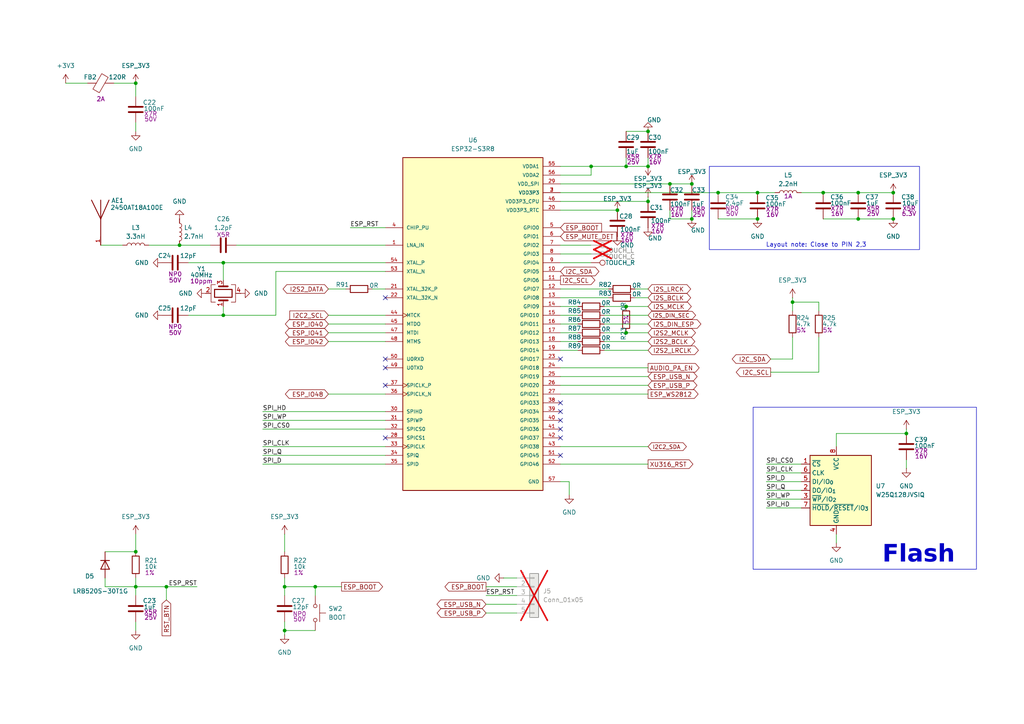
<source format=kicad_sch>
(kicad_sch (version 20250114) (generator "eeschema") (generator_version "9.0")
  (paper "A4")
  (title_block (title "Home mini drop in PCB replacement") (rev "v1") (company "by iMike78 (inpired by Onju voice and HA VPE)"))
  (rectangle (start 218.44 118.11) (end 283.21 165.1))
  (rectangle (start 205.74 48.26) (end 266.7 72.39))
  (text "Flash" (at 266.446 162.306 0) (effects (font (size 5 5) (bold yes))))
  (text "Layout note: Close to PIN 2,3" (at 236.728 71.12 0) (effects (font (size 1.27 1.27))))
  (junction (at 259.08 63.5))
  (junction (at 194.31 53.34))
  (junction (at 179.07 60.96))
  (junction (at 200.66 63.5))
  (junction (at 39.37 24.13))
  (junction (at 82.55 170.18))
  (junction (at 187.96 38.1))
  (junction (at 219.71 63.5))
  (junction (at 238.76 55.88))
  (junction (at 187.96 58.42))
  (junction (at 48.26 170.18))
  (junction (at 91.44 170.18))
  (junction (at 187.96 48.26))
  (junction (at 82.55 182.88))
  (junction (at 64.77 76.2))
  (junction (at 171.45 48.26))
  (junction (at 39.37 160.02))
  (junction (at 248.92 63.5))
  (junction (at 64.77 91.44))
  (junction (at 229.87 87.63))
  (junction (at 181.61 88.9))
  (junction (at 181.61 48.26))
  (junction (at 248.92 55.88))
  (junction (at 200.66 53.34))
  (junction (at 52.07 71.12))
  (junction (at 181.61 96.52))
  (junction (at 259.08 55.88))
  (junction (at 208.28 55.88))
  (junction (at 39.37 170.18))
  (junction (at 262.89 125.73))
  (junction (at 219.71 55.88))
  (no_connect (at 162.56 104.14))
  (no_connect (at 111.76 106.68))
  (no_connect (at 162.56 127))
  (no_connect (at 162.56 121.92))
  (no_connect (at 111.76 127))
  (no_connect (at 162.56 132.08))
  (no_connect (at 162.56 124.46))
  (no_connect (at 111.76 86.36))
  (no_connect (at 162.56 116.84))
  (no_connect (at 111.76 111.76))
  (no_connect (at 162.56 119.38))
  (no_connect (at 111.76 104.14))
  (wire (pts (xy 162.56 55.88) (xy 208.28 55.88)))
  (wire (pts (xy 222.25 134.62) (xy 232.41 134.62)))
  (wire (pts (xy 175.26 88.9) (xy 181.61 88.9)))
  (wire (pts (xy 140.97 175.26) (xy 149.86 175.26)))
  (wire (pts (xy 184.15 86.36) (xy 187.96 86.36)))
  (wire (pts (xy 187.96 111.76) (xy 162.56 111.76)))
  (wire (pts (xy 39.37 167.64) (xy 39.37 170.18)))
  (wire (pts (xy 248.92 55.88) (xy 259.08 55.88)))
  (wire (pts (xy 229.87 104.14) (xy 223.52 104.14)))
  (wire (pts (xy 175.26 101.6) (xy 187.96 101.6)))
  (wire (pts (xy 229.87 87.63) (xy 237.49 87.63)))
  (wire (pts (xy 95.25 99.06) (xy 111.76 99.06)))
  (wire (pts (xy 19.05 24.13) (xy 25.4 24.13)))
  (wire (pts (xy 200.66 63.5) (xy 194.31 63.5)))
  (wire (pts (xy 64.77 91.44) (xy 64.77 88.9)))
  (wire (pts (xy 165.1 139.7) (xy 165.1 143.51)))
  (wire (pts (xy 229.87 97.79) (xy 229.87 104.14)))
  (wire (pts (xy 54.61 91.44) (xy 64.77 91.44)))
  (wire (pts (xy 91.44 170.18) (xy 99.06 170.18)))
  (wire (pts (xy 194.31 63.5) (xy 194.31 60.96)))
  (wire (pts (xy 162.56 96.52) (xy 167.64 96.52)))
  (wire (pts (xy 238.76 55.88) (xy 248.92 55.88)))
  (wire (pts (xy 222.25 142.24) (xy 232.41 142.24)))
  (wire (pts (xy 162.56 88.9) (xy 167.64 88.9)))
  (wire (pts (xy 162.56 48.26) (xy 171.45 48.26)))
  (wire (pts (xy 175.26 91.44) (xy 187.96 91.44)))
  (wire (pts (xy 76.2 134.62) (xy 111.76 134.62)))
  (wire (pts (xy 162.56 129.54) (xy 187.96 129.54)))
  (wire (pts (xy 39.37 35.56) (xy 39.37 38.1)))
  (wire (pts (xy 39.37 154.94) (xy 39.37 160.02)))
  (wire (pts (xy 171.45 76.2) (xy 162.56 76.2)))
  (wire (pts (xy 101.6 66.04) (xy 111.76 66.04)))
  (wire (pts (xy 95.25 91.44) (xy 111.76 91.44)))
  (wire (pts (xy 162.56 58.42) (xy 187.96 58.42)))
  (wire (pts (xy 181.61 88.9) (xy 187.96 88.9)))
  (wire (pts (xy 39.37 170.18) (xy 48.26 170.18)))
  (wire (pts (xy 222.25 144.78) (xy 232.41 144.78)))
  (wire (pts (xy 262.89 124.46) (xy 262.89 125.73)))
  (wire (pts (xy 162.56 139.7) (xy 165.1 139.7)))
  (wire (pts (xy 95.25 96.52) (xy 111.76 96.52)))
  (wire (pts (xy 232.41 55.88) (xy 238.76 55.88)))
  (wire (pts (xy 82.55 170.18) (xy 82.55 172.72)))
  (wire (pts (xy 54.61 76.2) (xy 64.77 76.2)))
  (wire (pts (xy 162.56 99.06) (xy 167.64 99.06)))
  (wire (pts (xy 175.26 93.98) (xy 187.96 93.98)))
  (wire (pts (xy 76.2 124.46) (xy 111.76 124.46)))
  (wire (pts (xy 237.49 97.79) (xy 237.49 107.95)))
  (wire (pts (xy 162.56 86.36) (xy 176.53 86.36)))
  (wire (pts (xy 181.61 45.72) (xy 181.61 48.26)))
  (wire (pts (xy 64.77 76.2) (xy 64.77 81.28)))
  (wire (pts (xy 64.77 91.44) (xy 80.01 91.44)))
  (wire (pts (xy 219.71 55.88) (xy 224.79 55.88)))
  (wire (pts (xy 162.56 93.98) (xy 167.64 93.98)))
  (wire (pts (xy 146.05 167.64) (xy 149.86 167.64)))
  (wire (pts (xy 187.96 109.22) (xy 162.56 109.22)))
  (wire (pts (xy 39.37 24.13) (xy 39.37 27.94)))
  (wire (pts (xy 39.37 180.34) (xy 39.37 182.88)))
  (wire (pts (xy 91.44 182.88) (xy 82.55 182.88)))
  (wire (pts (xy 162.56 101.6) (xy 167.64 101.6)))
  (wire (pts (xy 238.76 63.5) (xy 248.92 63.5)))
  (wire (pts (xy 248.92 63.5) (xy 259.08 63.5)))
  (wire (pts (xy 80.01 91.44) (xy 80.01 78.74)))
  (wire (pts (xy 184.15 83.82) (xy 187.96 83.82)))
  (wire (pts (xy 222.25 137.16) (xy 232.41 137.16)))
  (wire (pts (xy 82.55 170.18) (xy 91.44 170.18)))
  (wire (pts (xy 229.87 87.63) (xy 229.87 90.17)))
  (wire (pts (xy 262.89 133.35) (xy 262.89 135.89)))
  (wire (pts (xy 181.61 48.26) (xy 187.96 48.26)))
  (wire (pts (xy 222.25 139.7) (xy 232.41 139.7)))
  (wire (pts (xy 162.56 50.8) (xy 171.45 50.8)))
  (wire (pts (xy 111.76 76.2) (xy 64.77 76.2)))
  (wire (pts (xy 162.56 83.82) (xy 176.53 83.82)))
  (wire (pts (xy 82.55 182.88) (xy 82.55 184.15)))
  (wire (pts (xy 95.25 93.98) (xy 111.76 93.98)))
  (wire (pts (xy 242.57 154.94) (xy 242.57 157.48)))
  (wire (pts (xy 181.61 38.1) (xy 187.96 38.1)))
  (wire (pts (xy 30.48 167.64) (xy 30.48 170.18)))
  (wire (pts (xy 237.49 87.63) (xy 237.49 90.17)))
  (wire (pts (xy 222.25 147.32) (xy 232.41 147.32)))
  (wire (pts (xy 68.58 71.12) (xy 111.76 71.12)))
  (wire (pts (xy 107.95 83.82) (xy 111.76 83.82)))
  (wire (pts (xy 175.26 99.06) (xy 187.96 99.06)))
  (wire (pts (xy 181.61 96.52) (xy 187.96 96.52)))
  (wire (pts (xy 237.49 107.95) (xy 223.52 107.95)))
  (wire (pts (xy 171.45 50.8) (xy 171.45 48.26)))
  (wire (pts (xy 171.45 48.26) (xy 181.61 48.26)))
  (wire (pts (xy 95.25 114.3) (xy 111.76 114.3)))
  (wire (pts (xy 39.37 170.18) (xy 39.37 172.72)))
  (wire (pts (xy 140.97 170.18) (xy 149.86 170.18)))
  (wire (pts (xy 140.97 177.8) (xy 149.86 177.8)))
  (wire (pts (xy 140.97 172.72) (xy 149.86 172.72)))
  (wire (pts (xy 95.25 83.82) (xy 100.33 83.82)))
  (wire (pts (xy 187.96 114.3) (xy 162.56 114.3)))
  (wire (pts (xy 229.87 86.36) (xy 229.87 87.63)))
  (wire (pts (xy 76.2 129.54) (xy 111.76 129.54)))
  (wire (pts (xy 187.96 106.68) (xy 162.56 106.68)))
  (wire (pts (xy 162.56 60.96) (xy 179.07 60.96)))
  (wire (pts (xy 52.07 71.12) (xy 60.96 71.12)))
  (wire (pts (xy 175.26 96.52) (xy 181.61 96.52)))
  (wire (pts (xy 82.55 167.64) (xy 82.55 170.18)))
  (wire (pts (xy 82.55 180.34) (xy 82.55 182.88)))
  (wire (pts (xy 30.48 160.02) (xy 39.37 160.02)))
  (wire (pts (xy 80.01 78.74) (xy 111.76 78.74)))
  (wire (pts (xy 187.96 45.72) (xy 187.96 48.26)))
  (wire (pts (xy 262.89 125.73) (xy 242.57 125.73)))
  (wire (pts (xy 200.66 53.34) (xy 194.31 53.34)))
  (wire (pts (xy 76.2 132.08) (xy 111.76 132.08)))
  (wire (pts (xy 82.55 154.94) (xy 82.55 160.02)))
  (wire (pts (xy 48.26 170.18) (xy 48.26 173.99)))
  (wire (pts (xy 162.56 53.34) (xy 194.31 53.34)))
  (wire (pts (xy 171.45 73.66) (xy 162.56 73.66)))
  (wire (pts (xy 171.45 71.12) (xy 162.56 71.12)))
  (wire (pts (xy 43.18 71.12) (xy 52.07 71.12)))
  (wire (pts (xy 162.56 91.44) (xy 167.64 91.44)))
  (wire (pts (xy 91.44 170.18) (xy 91.44 172.72)))
  (wire (pts (xy 48.26 170.18) (xy 57.15 170.18)))
  (wire (pts (xy 76.2 119.38) (xy 111.76 119.38)))
  (wire (pts (xy 208.28 55.88) (xy 219.71 55.88)))
  (wire (pts (xy 29.21 71.12) (xy 35.56 71.12)))
  (wire (pts (xy 208.28 63.5) (xy 219.71 63.5)))
  (wire (pts (xy 33.02 24.13) (xy 39.37 24.13)))
  (wire (pts (xy 76.2 121.92) (xy 111.76 121.92)))
  (wire (pts (xy 30.48 170.18) (xy 39.37 170.18)))
  (wire (pts (xy 187.96 58.42) (xy 187.96 57.15)))
  (wire (pts (xy 242.57 125.73) (xy 242.57 129.54)))
  (wire (pts (xy 200.66 63.5) (xy 200.66 60.96)))
  (wire (pts (xy 162.56 134.62) (xy 187.96 134.62)))
  (label "SPI_Q" (at 76.2 132.08 0))
  (label "SPI_D" (at 76.2 134.62 0))
  (label "ESP_RST" (at 140.97 172.72 0))
  (label "SPI_Q" (at 222.25 142.24 0))
  (label "SPI_D" (at 222.25 139.7 0))
  (label "SPI_WP" (at 222.25 144.78 0))
  (label "SPI_CLK" (at 222.25 137.16 0))
  (label "SPI_HD" (at 76.2 119.38 0))
  (label "SPI_CS0" (at 222.25 134.62 0))
  (label "SPI_WP" (at 76.2 121.92 0))
  (label "SPI_CS0" (at 76.2 124.46 0))
  (label "ESP_RST" (at 101.6 66.04 0))
  (label "SPI_CLK" (at 76.2 129.54 0))
  (label "ESP_RST" (at 57.15 170.18 180))
  (label "SPI_HD" (at 222.25 147.32 0))
  (global_label "ESP_IO48" (shape bidirectional) (at 95.25 114.3 180) (property "Intersheetrefs" "${INTERSHEET_REFS}" (effects (hide yes))))
  (global_label "XU316_RST" (shape output) (at 187.96 134.62 0) (property "Intersheetrefs" "${INTERSHEET_REFS}" (effects (hide yes))))
  (global_label "I2S_MCLK" (shape bidirectional) (at 187.96 88.9 0) (property "Intersheetrefs" "${INTERSHEET_REFS}" (effects (hide yes))))
  (global_label "ESP_BOOT" (shape input) (at 162.56 66.04 0) (property "Intersheetrefs" "${INTERSHEET_REFS}" (effects (hide yes))))
  (global_label "I2C_SDA" (shape bidirectional) (at 162.56 78.74 0) (property "Intersheetrefs" "${INTERSHEET_REFS}" (effects (hide yes))))
  (global_label "ESP_BOOT" (shape output) (at 99.06 170.18 0) (property "Intersheetrefs" "${INTERSHEET_REFS}" (effects (hide yes))))
  (global_label "I2S_DIN_ESP" (shape bidirectional) (at 187.96 93.98 0) (property "Intersheetrefs" "${INTERSHEET_REFS}" (effects (hide yes))))
  (global_label "I2S2_BCLK" (shape bidirectional) (at 187.96 99.06 0) (property "Intersheetrefs" "${INTERSHEET_REFS}" (effects (hide yes))))
  (global_label "I2S2_DATA" (shape bidirectional) (at 95.25 83.82 180) (property "Intersheetrefs" "${INTERSHEET_REFS}" (effects (hide yes))))
  (global_label "ESP_IO40" (shape bidirectional) (at 95.25 93.98 180) (property "Intersheetrefs" "${INTERSHEET_REFS}" (effects (hide yes))))
  (global_label "ESP_USB_N" (shape bidirectional) (at 187.96 109.22 0) (property "Intersheetrefs" "${INTERSHEET_REFS}" (effects (hide yes))))
  (global_label "RST_BTN" (shape input) (at 48.26 173.99 270) (property "Intersheetrefs" "${INTERSHEET_REFS}" (effects (hide yes))))
  (global_label "I2C_SCL" (shape output) (at 223.52 107.95 180) (property "Intersheetrefs" "${INTERSHEET_REFS}" (effects (hide yes))))
  (global_label "I2C2_SCL" (shape input) (at 95.25 91.44 180) (property "Intersheetrefs" "${INTERSHEET_REFS}" (effects (hide yes))))
  (global_label "ESP_MUTE_DET" (shape input) (at 162.56 68.58 0) (property "Intersheetrefs" "${INTERSHEET_REFS}" (effects (hide yes))))
  (global_label "ESP_USB_N" (shape bidirectional) (at 140.97 175.26 180) (property "Intersheetrefs" "${INTERSHEET_REFS}" (effects (hide yes))))
  (global_label "ESP_WS2812" (shape output) (at 187.96 114.3 0) (property "Intersheetrefs" "${INTERSHEET_REFS}" (effects (hide yes))))
  (global_label "I2S_BCLK" (shape bidirectional) (at 187.96 86.36 0) (property "Intersheetrefs" "${INTERSHEET_REFS}" (effects (hide yes))))
  (global_label "I2C_SCL" (shape output) (at 162.56 81.28 0) (property "Intersheetrefs" "${INTERSHEET_REFS}" (effects (hide yes))))
  (global_label "ESP_USB_P" (shape bidirectional) (at 187.96 111.76 0) (property "Intersheetrefs" "${INTERSHEET_REFS}" (effects (hide yes))))
  (global_label "I2S2_MCLK" (shape bidirectional) (at 187.96 96.52 0) (property "Intersheetrefs" "${INTERSHEET_REFS}" (effects (hide yes))))
  (global_label "ESP_BOOT" (shape output) (at 140.97 170.18 180) (property "Intersheetrefs" "${INTERSHEET_REFS}" (effects (hide yes))))
  (global_label "I2C2_SDA" (shape bidirectional) (at 187.96 129.54 0) (effects (font (size 1.143 1.143))) (property "Intersheetrefs" "${INTERSHEET_REFS}" (effects (hide yes))))
  (global_label "ESP_USB_P" (shape bidirectional) (at 140.97 177.8 180) (property "Intersheetrefs" "${INTERSHEET_REFS}" (effects (hide yes))))
  (global_label "ESP_IO41" (shape bidirectional) (at 95.25 96.52 180) (property "Intersheetrefs" "${INTERSHEET_REFS}" (effects (hide yes))))
  (global_label "ESP_IO42" (shape bidirectional) (at 95.25 99.06 180) (property "Intersheetrefs" "${INTERSHEET_REFS}" (effects (hide yes))))
  (global_label "I2C_SDA" (shape bidirectional) (at 223.52 104.14 180) (property "Intersheetrefs" "${INTERSHEET_REFS}" (effects (hide yes))))
  (global_label "I2S2_LRCLK" (shape bidirectional) (at 187.96 101.6 0) (property "Intersheetrefs" "${INTERSHEET_REFS}" (effects (hide yes))))
  (global_label "I2S_LRCK" (shape bidirectional) (at 187.96 83.82 0) (property "Intersheetrefs" "${INTERSHEET_REFS}" (effects (hide yes))))
  (global_label "AUDIO_PA_EN" (shape output) (at 187.96 106.68 0) (property "Intersheetrefs" "${INTERSHEET_REFS}" (effects (hide yes))))
  (global_label "I2S_DIN_SEC" (shape bidirectional) (at 187.96 91.44 0) (effects (font (size 1.143 1.143))) (property "Intersheetrefs" "${INTERSHEET_REFS}" (effects (hide yes))))
  (symbol (lib_id "power:GND") (at 200.66 63.5 0) (unit 1)
    (property "Reference" "#PWR066" (effects (hide yes)))
    (property "Value" "GND" (at 202.438 66.802 0))
    (property "Description" "Power symbol creates a global label with name \"GND\" , ground" (effects (hide yes)))
  )
  (symbol (lib_id "Device:C") (at 219.71 59.69 0) (unit 1)
    (property "Reference" "C35" (at 221.996 57.404 0) (effects (justify left)))
    (property "Value" "100nF" (at 221.996 59.182 0) (effects (justify left)))
    (property "Footprint" "Capacitor_SMD:C_0402_1005Metric" (effects (hide yes)))
    (property "Description" "Unpolarized capacitor" (effects (hide yes)))
    (property "Dielectric" "X7R" (at 224.028 60.706 0))
    (property "Voltage" "16V" (at 224.028 62.23 0))
    (property "Function" "ESP32" (effects (hide yes)))
    (property "LCSC Part #" "C1525" (effects (hide yes)))
    (property "Manufacturer" "Samsung Electro-Mechanics" (effects (hide yes)))
    (property "Manufacturer Part" "CL05B104KO5NNNC" (effects (hide yes)))
    (property "MPN" "CL05B104KO5NNNC" (effects (hide yes)))
  )
  (symbol (lib_id "Device:C") (at 39.37 176.53 0) (unit 1)
    (property "Reference" "C23" (at 41.402 174.244 0) (effects (justify left)))
    (property "Value" "1uF" (at 41.656 176.022 0) (effects (justify left)))
    (property "Footprint" "Capacitor_SMD:C_0402_1005Metric" (effects (hide yes)))
    (property "Description" "Unpolarized capacitor" (effects (hide yes)))
    (property "Dielectric" "X5R" (at 43.688 177.546 0))
    (property "Voltage" "25V" (at 43.688 179.07 0))
    (property "Function" "ESP32" (effects (hide yes)))
    (property "Supplier Part" "C52923" (effects (hide yes)))
    (property "Manufacturer" "Samsung Electro-Mechanics" (effects (hide yes)))
    (property "Manufacturer Part" "CL05A105KA5NQNC" (effects (hide yes)))
    (property "LCSC Part #" "C52923" (effects (hide yes)))
    (property "MPN" "CL05A105KA5NQNC" (effects (hide yes)))
  )
  (symbol (lib_id "New_Library:ESP_3V3") (at 187.96 57.15 0) (unit 1)
    (property "Reference" "#PWR063" (effects (hide yes)))
    (property "Value" "ESP_3V3" (at 187.96 53.848 0))
    (property "Description" "Power symbol creates a global label with name \"+3.3V\"" (effects (hide yes)))
  )
  (symbol (lib_id "Device:C") (at 181.61 41.91 0) (unit 1)
    (property "Reference" "C29" (at 181.61 39.878 0) (effects (justify left)))
    (property "Value" "1uF" (at 181.61 43.942 0) (effects (justify left)))
    (property "Footprint" "Capacitor_SMD:C_0402_1005Metric" (effects (hide yes)))
    (property "Description" "Unpolarized capacitor" (effects (hide yes)))
    (property "Dielectric" "X5R" (at 183.642 45.466 0))
    (property "Voltage" "25V" (at 183.642 46.99 0))
    (property "Function" "ESP32" (effects (hide yes)))
    (property "LCSC Part #" "C52923" (effects (hide yes)))
    (property "Manufacturer" "Samsung Electro-Mechanics" (effects (hide yes)))
    (property "Manufacturer Part" "CL05A105KA5NQNC" (effects (hide yes)))
    (property "MPN" "CL05A105KA5NQNC" (effects (hide yes)))
  )
  (symbol (lib_id "power:GND") (at 165.1 143.51 0) (unit 1)
    (property "Reference" "#PWR058" (effects (hide yes)))
    (property "Value" "GND" (at 165.1 148.59 0))
    (property "Description" "Power symbol creates a global label with name \"GND\" , ground" (effects (hide yes)))
  )
  (symbol (lib_id "New_Library:ESP_3V3") (at 262.89 124.46 0) (unit 1)
    (property "Reference" "#PWR072" (effects (hide yes)))
    (property "Value" "ESP_3V3" (at 262.89 119.38 0))
    (property "Description" "Power symbol creates a global label with name \"+3.3V\"" (effects (hide yes)))
  )
  (symbol (lib_id "Device:L") (at 39.37 71.12 90) (unit 1)
    (property "Reference" "L3" (at 39.37 66.04 90))
    (property "Value" "3.3nH" (at 39.37 68.58 90))
    (property "Footprint" "Inductor_SMD:L_0402_1005Metric" (effects (hide yes)))
    (property "Description" "Inductor" (effects (hide yes)))
    (property "Function" "ESP32" (effects (hide yes)))
    (property "LCSC Part #" "C16526" (effects (hide yes)))
    (property "Manufacturer" "Sunlord" (effects (hide yes)))
    (property "Manufacturer Part" "SDCL1005C3N3STDF" (effects (hide yes)))
    (property "MPN" "SDCL1005C3N3STDF" (effects (hide yes)))
  )
  (symbol (lib_id "Device:L") (at 52.07 67.31 0) (unit 1)
    (property "Reference" "L4" (at 53.34 66.0399 0) (effects (justify left)))
    (property "Value" "2.7nH" (at 53.34 68.5799 0) (effects (justify left)))
    (property "Footprint" "Inductor_SMD:L_0402_1005Metric" (effects (hide yes)))
    (property "Description" "Inductor" (effects (hide yes)))
    (property "Function" "ESP32" (effects (hide yes)))
    (property "LCSC Part #" "C434826" (effects (hide yes)))
    (property "Manufacturer" "TDK" (effects (hide yes)))
    (property "Manufacturer Part" "MHQ1005P2N7BT000" (effects (hide yes)))
    (property "MPN" "MHQ1005P2N7BT000" (effects (hide yes)))
  )
  (symbol (lib_id "New_Library:ESP_3V3") (at 200.66 53.34 0) (unit 1)
    (property "Reference" "#PWR065" (effects (hide yes)))
    (property "Value" "ESP_3V3" (at 200.66 49.784 0))
    (property "Description" "Power symbol creates a global label with name \"+3.3V\"" (effects (hide yes)))
  )
  (symbol (lib_id "Device:C") (at 187.96 41.91 0) (unit 1)
    (property "Reference" "C30" (at 187.96 39.878 0) (effects (justify left)))
    (property "Value" "100nF" (at 187.96 43.942 0) (effects (justify left)))
    (property "Footprint" "Capacitor_SMD:C_0402_1005Metric" (effects (hide yes)))
    (property "Description" "Unpolarized capacitor" (effects (hide yes)))
    (property "Dielectric" "X7R" (at 189.992 45.466 0))
    (property "Voltage" "16V" (at 189.992 46.99 0))
    (property "Function" "ESP32" (effects (hide yes)))
    (property "LCSC Part #" "C1525" (effects (hide yes)))
    (property "Manufacturer" "Samsung Electro-Mechanics" (effects (hide yes)))
    (property "Manufacturer Part" "CL05B104KO5NNNC" (effects (hide yes)))
    (property "MPN" "CL05B104KO5NNNC" (effects (hide yes)))
  )
  (symbol (lib_id "New_Library:ESP_3V3") (at 187.96 48.26 180) (unit 1)
    (property "Reference" "#PWR062" (effects (hide yes)))
    (property "Value" "ESP_3V3" (at 187.96 51.816 0))
    (property "Description" "Power symbol creates a global label with name \"+3.3V\"" (effects (hide yes)))
  )
  (symbol (lib_id "Device:C") (at 262.89 129.54 0) (unit 1)
    (property "Reference" "C39" (at 265.176 127.508 0) (effects (justify left)))
    (property "Value" "100nF" (at 265.176 129.286 0) (effects (justify left)))
    (property "Footprint" "Capacitor_SMD:C_0402_1005Metric" (effects (hide yes)))
    (property "Description" "Unpolarized capacitor" (effects (hide yes)))
    (property "Dielectric" "X7R" (at 267.208 130.81 0))
    (property "Voltage" "16V" (at 267.208 132.334 0))
    (property "Function" "ESP32" (effects (hide yes)))
    (property "LCSC Part #" "C1525" (effects (hide yes)))
    (property "Manufacturer" "Samsung Electro-Mechanics" (effects (hide yes)))
    (property "Manufacturer Part" "CL05B104KO5NNNC" (effects (hide yes)))
    (property "MPN" "CL05B104KO5NNNC" (effects (hide yes)))
  )
  (symbol (lib_id "power:GND") (at 39.37 38.1 0) (unit 1)
    (property "Reference" "#PWR048" (effects (hide yes)))
    (property "Value" "GND" (at 39.37 43.18 0))
    (property "Description" "Power symbol creates a global label with name \"GND\" , ground" (effects (hide yes)))
  )
  (symbol (lib_id "power:GND") (at 179.07 68.58 0) (unit 1)
    (property "Reference" "#PWR060" (effects (hide yes)))
    (property "Value" "GND" (at 181.864 71.12 0))
    (property "Description" "Power symbol creates a global label with name \"GND\" , ground" (effects (hide yes)))
  )
  (symbol (lib_id "New_Library:ESP_3V3") (at 259.08 55.88 0) (unit 1)
    (property "Reference" "#PWR070" (effects (hide yes)))
    (property "Value" "ESP_3V3" (at 259.08 50.8 0))
    (property "Description" "Power symbol creates a global label with name \"+3.3V\"" (effects (hide yes)))
  )
  (symbol (lib_id "power:GND") (at 242.57 157.48 0) (unit 1)
    (property "Reference" "#PWR069" (effects (hide yes)))
    (property "Value" "GND" (at 242.57 162.56 0))
    (property "Description" "Power symbol creates a global label with name \"GND\" , ground" (effects (hide yes)))
  )
  (symbol (lib_id "Connector_Generic:Conn_01x05") (at 154.94 172.72 0) (unit 1) (dnp yes)
    (property "Reference" "J5" (at 157.48 171.4499 0) (effects (justify left)))
    (property "Value" "Conn_01x05" (at 157.48 173.9899 0) (effects (justify left)))
    (property "Footprint" "Connector_PinHeader_2.54mm:PinHeader_1x05_P2.54mm_Vertical" (effects (hide yes)))
    (property "Description" "Generic connector, single row, 01x05, script generated (kicad-library-utils/schlib/autogen/connector/)" (effects (hide yes)))
  )
  (symbol (lib_id "power:GND") (at 262.89 135.89 0) (unit 1)
    (property "Reference" "#PWR073" (effects (hide yes)))
    (property "Value" "GND" (at 262.89 140.97 0))
    (property "Description" "Power symbol creates a global label with name \"GND\" , ground" (effects (hide yes)))
  )
  (symbol (lib_id "power:+3V3") (at 19.05 24.13 0) (unit 1)
    (property "Reference" "#PWR046" (effects (hide yes)))
    (property "Value" "+3V3" (at 19.05 19.05 0))
    (property "Description" "Power symbol creates a global label with name \"+3V3\"" (effects (hide yes)))
  )
  (symbol (lib_id "New_Library:ESP_3V3") (at 82.55 154.94 0) (unit 1)
    (property "Reference" "#PWR056" (effects (hide yes)))
    (property "Value" "ESP_3V3" (at 82.55 149.86 0))
    (property "Description" "Power symbol creates a global label with name \"+3.3V\"" (effects (hide yes)))
  )
  (symbol (lib_id "Connector:TestPoint") (at 171.45 76.2 270) (unit 1) (in_bom no)
    (property "Reference" "TP8" (effects (hide yes)))
    (property "Value" "TOUCH_R" (at 175.514 76.2 90) (effects (justify left)))
    (property "Footprint" "TestPoint:TestPoint_Pad_2.5x2.5mm" (effects (hide yes)))
    (property "Description" "test point" (effects (hide yes)))
  )
  (symbol (lib_id "Device:C") (at 82.55 176.53 0) (unit 1)
    (property "Reference" "C27" (at 84.582 174.244 0) (effects (justify left)))
    (property "Value" "12pF" (at 84.836 176.022 0) (effects (justify left)))
    (property "Footprint" "Capacitor_SMD:C_0402_1005Metric" (effects (hide yes)))
    (property "Description" "Unpolarized capacitor" (effects (hide yes)))
    (property "Dielectric" "NP0" (at 86.868 178.054 0))
    (property "Voltage" "50V" (at 86.868 179.578 0))
    (property "Function" "ESP32" (effects (hide yes)))
    (property "Supplier Part" "C1547" (effects (hide yes)))
    (property "Manufacturer" "FH (Guangdong Fenghua Advanced Tech)" (effects (hide yes)))
    (property "Manufacturer Part" "0402CG120J500NT" (effects (hide yes)))
    (property "LCSC Part #" "C1547" (effects (hide yes)))
    (property "MPN" "0402CG120J500NT" (effects (hide yes)))
  )
  (symbol (lib_id "Device:D") (at 30.48 163.83 270) (unit 1)
    (property "Reference" "D5" (at 24.638 167.132 90) (effects (justify left)))
    (property "Value" "LRB520S-30T1G" (at 21.082 171.45 90) (effects (justify left)))
    (property "Footprint" "Diode_SMD:D_SOD-523" (effects (hide yes)))
    (property "Description" "Diode" (effects (hide yes)))
    (property "Sim.Device" "D" (effects (hide yes)))
    (property "Sim.Pins" "1=K 2=A" (effects (hide yes)))
    (property "Function" "ESP32" (effects (hide yes)))
    (property "Supplier Part" "C83680" (effects (hide yes)))
    (property "MANUFACTURER" "LRC" (effects (hide yes)))
    (property "MP" "LRB520S-30T1G" (effects (hide yes)))
    (property "Manufacturer" "LRC" (effects (hide yes)))
    (property "Manufacturer Part" "LRB520S-30T1G" (effects (hide yes)))
    (property "LCSC Part #" "C83680" (effects (hide yes)))
    (property "MPN" "LRB520S-30T1G" (effects (hide yes)))
  )
  (symbol (lib_id "Device:R") (at 180.34 86.36 90) (unit 1)
    (property "Reference" "R83" (at 175.514 85.09 90))
    (property "Value" "0R" (at 184.658 85.344 90))
    (property "Footprint" "Resistor_SMD:R_0402_1005Metric" (effects (hide yes)))
    (property "Description" "Resistor" (effects (hide yes)))
    (property "Tolerance" "5%" (effects (hide yes)))
    (property "LCSC Part #" "C17168" (effects (hide yes)))
    (property "Manufacturer" "UNI-ROYAL(Uniroyal Elec)" (effects (hide yes)))
    (property "Manufacturer Part" "0402WGF0000TCE" (effects (hide yes)))
    (property "MPN" "0402WGF0000TCE" (effects (hide yes)))
  )
  (symbol (lib_id "New_Library:ESP_3V3") (at 229.87 86.36 0) (unit 1)
    (property "Reference" "#PWR068" (effects (hide yes)))
    (property "Value" "ESP_3V3" (at 229.87 81.28 0))
    (property "Description" "Power symbol creates a global label with name \"+3.3V\"" (effects (hide yes)))
  )
  (symbol (lib_id "New_Library:ESP_3V3") (at 179.07 60.96 0) (unit 1)
    (property "Reference" "#PWR059" (effects (hide yes)))
    (property "Value" "ESP_3V3" (at 179.07 57.658 0))
    (property "Description" "Power symbol creates a global label with name \"+3.3V\"" (effects (hide yes)))
  )
  (symbol (lib_id "Device:C") (at 50.8 76.2 90) (unit 1)
    (property "Reference" "C24" (at 47.752 74.168 90))
    (property "Value" "12pF" (at 54.61 74.168 90))
    (property "Footprint" "Capacitor_SMD:C_0402_1005Metric" (effects (hide yes)))
    (property "Description" "Unpolarized capacitor" (effects (hide yes)))
    (property "Dielectric" "NP0" (at 50.8 79.502 90))
    (property "Voltage" "50V" (at 50.8 81.28 90))
    (property "Function" "ESP32" (effects (hide yes)))
    (property "LCSC Part #" "C1547" (effects (hide yes)))
    (property "Manufacturer" "FH (Guangdong Fenghua Advanced Tech)" (effects (hide yes)))
    (property "Manufacturer Part" "0402CG120J500NT" (effects (hide yes)))
    (property "MPN" "0402CG120J500NT" (effects (hide yes)))
  )
  (symbol (lib_id "Device:R") (at 171.45 101.6 90) (unit 1)
    (property "Reference" "R89" (at 166.624 100.33 90))
    (property "Value" "0R" (at 175.768 100.584 90))
    (property "Footprint" "Resistor_SMD:R_0402_1005Metric" (effects (hide yes)))
    (property "Description" "Resistor" (effects (hide yes)))
    (property "Tolerance" "5%" (effects (hide yes)))
    (property "LCSC Part #" "C17168" (effects (hide yes)))
    (property "Manufacturer" "UNI-ROYAL(Uniroyal Elec)" (effects (hide yes)))
    (property "Manufacturer Part" "0402WGF0000TCE" (effects (hide yes)))
    (property "MPN" "0402WGF0000TCE" (effects (hide yes)))
  )
  (symbol (lib_id "Device:R") (at 104.14 83.82 90) (unit 1)
    (property "Reference" "R91" (at 99.314 82.55 90))
    (property "Value" "0R" (at 108.458 82.804 90))
    (property "Footprint" "Resistor_SMD:R_0402_1005Metric" (effects (hide yes)))
    (property "Description" "Resistor" (effects (hide yes)))
    (property "Tolerance" "5%" (effects (hide yes)))
    (property "LCSC Part #" "C17168" (effects (hide yes)))
    (property "Manufacturer" "UNI-ROYAL(Uniroyal Elec)" (effects (hide yes)))
    (property "Manufacturer Part" "0402WGF0000TCE" (effects (hide yes)))
    (property "MPN" "0402WGF0000TCE" (effects (hide yes)))
  )
  (symbol (lib_id "power:GND") (at 219.71 63.5 0) (unit 1)
    (property "Reference" "#PWR067" (effects (hide yes)))
    (property "Value" "GND" (at 219.71 68.58 0))
    (property "Description" "Power symbol creates a global label with name \"GND\" , ground" (effects (hide yes)))
  )
  (symbol (lib_id "Device:R") (at 180.34 83.82 90) (unit 1)
    (property "Reference" "R82" (at 175.514 82.55 90))
    (property "Value" "0R" (at 184.658 82.804 90))
    (property "Footprint" "Resistor_SMD:R_0402_1005Metric" (effects (hide yes)))
    (property "Description" "Resistor" (effects (hide yes)))
    (property "Tolerance" "5%" (effects (hide yes)))
    (property "LCSC Part #" "C17168" (effects (hide yes)))
    (property "Manufacturer" "UNI-ROYAL(Uniroyal Elec)" (effects (hide yes)))
    (property "Manufacturer Part" "0402WGF0000TCE" (effects (hide yes)))
    (property "MPN" "0402WGF0000TCE" (effects (hide yes)))
  )
  (symbol (lib_id "Device:C") (at 64.77 71.12 90) (unit 1)
    (property "Reference" "C26" (at 64.77 63.5 90))
    (property "Value" "1.2pF" (at 64.77 66.04 90))
    (property "Footprint" "Capacitor_SMD:C_0402_1005Metric" (effects (hide yes)))
    (property "Description" "Unpolarized capacitor" (effects (hide yes)))
    (property "Dielectric" "X5R" (at 64.77 68.072 90))
    (property "Function" "ESP32" (effects (hide yes)))
    (property "Voltage" "10V" (effects (hide yes)))
    (property "LCSC Part #" "C327292" (effects (hide yes)))
    (property "Manufacturer" "YAGEO" (effects (hide yes)))
    (property "Manufacturer Part" "CC0402BRNPO9BN1R2" (effects (hide yes)))
    (property "MPN" "CC0402BRNPO9BN1R2" (effects (hide yes)))
  )
  (symbol (lib_id "New_Library:ESP32-S3R8") (at 137.16 93.98 0) (unit 1)
    (property "Reference" "U6" (at 137.16 40.64 0))
    (property "Value" "ESP32-S3R8" (at 137.16 43.18 0))
    (property "Footprint" "Onju:QFN40P700X700X90-57N" (effects (hide yes)))
    (property "MF" "Espressif Systems" (effects (hide yes)))
    (property "Description_1" "IC RF TxRx + MCU Bluetooth, WiFi 802.11b/g/n, Bluetooth v5.0 2.412GHz ~ 2.484GHz 56-VFQFN Exposed Pad" (effects (hide yes)))
    (property "Package" "None" (effects (hide yes)))
    (property "Price" "None" (effects (hide yes)))
    (property "Check_prices" "https://www.snapeda.com/parts/ESP32-S3R8/Espressif+Systems/view-part/?ref=eda" (effects (hide yes)))
    (property "SnapEDA_Link" "https://www.snapeda.com/parts/ESP32-S3R8/Espressif+Systems/view-part/?ref=snap" (effects (hide yes)))
    (property "MP" "ESP32-S3R8" (effects (hide yes)))
    (property "Availability" "In Stock" (effects (hide yes)))
    (property "Purchase-URL" "https://pricing.snapeda.com/search/part/ESP32-S3R8/?ref=eda" (effects (hide yes)))
    (property "Function" "ESP32" (effects (hide yes)))
    (property "LCSC Part #" "C2913194" (effects (hide yes)))
    (property "Manufacturer" "Espressif Systems" (effects (hide yes)))
    (property "Manufacturer Part" "ESP32-S3R8" (effects (hide yes)))
    (property "MPN" "ESP32-S3R8" (effects (hide yes)))
  )
  (symbol (lib_id "Device:R") (at 237.49 93.98 0) (unit 1)
    (property "Reference" "R25" (at 238.506 92.202 0) (effects (justify left)))
    (property "Value" "4.7k" (at 238.506 93.98 0) (effects (justify left)))
    (property "Footprint" "Resistor_SMD:R_0402_1005Metric" (effects (hide yes)))
    (property "Description" "Resistor" (effects (hide yes)))
    (property "Tolerance" "5%" (at 240.03 95.758 0))
    (property "Function" "ESP32" (effects (hide yes)))
    (property "LCSC Part #" "C25900" (effects (hide yes)))
    (property "Manufacturer" "UNI-ROYAL(Uniroyal Elec)" (effects (hide yes)))
    (property "Manufacturer Part" "0402WGF4701TCE" (effects (hide yes)))
    (property "MPN" "0402WGF4701TCE" (effects (hide yes)))
  )
  (symbol (lib_id "Memory_Flash:W25Q128JVS") (at 242.57 142.24 0) (unit 1)
    (property "Reference" "U7" (at 254 140.9699 0) (effects (justify left)))
    (property "Value" "W25Q128JVSIQ" (at 254 143.5099 0) (effects (justify left)))
    (property "Footprint" "Package_SO:SOIC-8_5.3x5.3mm_P1.27mm" (effects (hide yes)))
    (property "Datasheet" "https://www.winbond.com/resource-files/w25q128jv_dtr%20revc%2003272018%20plus.pdf" (effects (hide yes)))
    (property "Description" "128Mbit / 16MiB Serial Flash Memory, Standard/Dual/Quad SPI, 2.7-3.6V, SOIC-8" (effects (hide yes)))
    (property "Function" "ESP32" (effects (hide yes)))
    (property "LCSC Part #" "C97521" (effects (hide yes)))
    (property "Manufacturer" "Winbond Elec" (effects (hide yes)))
    (property "Manufacturer Part" "W25Q128JVSIQ" (effects (hide yes)))
    (property "MPN" "W25Q128JVSIQ" (effects (hide yes)))
  )
  (symbol (lib_id "Device:C") (at 194.31 57.15 0) (unit 1)
    (property "Reference" "C32" (at 194.31 55.118 0) (effects (justify left)))
    (property "Value" "100nF" (at 194.31 59.182 0) (effects (justify left)))
    (property "Footprint" "Capacitor_SMD:C_0402_1005Metric" (effects (hide yes)))
    (property "Description" "Unpolarized capacitor" (effects (hide yes)))
    (property "Dielectric" "X7R" (at 196.342 60.706 0))
    (property "Voltage" "16V" (at 196.342 62.23 0))
    (property "Function" "ESP32" (effects (hide yes)))
    (property "LCSC Part #" "C1525" (effects (hide yes)))
    (property "Manufacturer" "Samsung Electro-Mechanics" (effects (hide yes)))
    (property "Manufacturer Part" "CL05B104KO5NNNC" (effects (hide yes)))
    (property "MPN" "CL05B104KO5NNNC" (effects (hide yes)))
  )
  (symbol (lib_id "Connector:TestPoint") (at 171.45 71.12 270) (unit 1) (in_bom no) (dnp yes)
    (property "Reference" "TP6" (effects (hide yes)))
    (property "Value" "TOUCH_L" (at 175.514 72.644 90) (effects (justify left)))
    (property "Footprint" "TestPoint:TestPoint_Pad_2.5x2.5mm" (effects (hide yes)))
    (property "Description" "test point" (effects (hide yes)))
  )
  (symbol (lib_id "Device:C") (at 248.92 59.69 0) (unit 1)
    (property "Reference" "C37" (at 250.952 57.15 0) (effects (justify left)))
    (property "Value" "1uF" (at 251.206 58.928 0) (effects (justify left)))
    (property "Footprint" "Capacitor_SMD:C_0402_1005Metric" (effects (hide yes)))
    (property "Description" "Unpolarized capacitor" (effects (hide yes)))
    (property "Dielectric" "X5R" (at 253.238 60.452 0))
    (property "Voltage" "25V" (at 253.238 61.976 0))
    (property "Function" "ESP32" (effects (hide yes)))
    (property "LCSC Part #" "C52923" (effects (hide yes)))
    (property "Manufacturer" "Samsung Electro-Mechanics" (effects (hide yes)))
    (property "Manufacturer Part" "CL05A105KA5NQNC" (effects (hide yes)))
    (property "MPN" "CL05A105KA5NQNC" (effects (hide yes)))
  )
  (symbol (lib_id "power:GND") (at 259.08 63.5 0) (unit 1)
    (property "Reference" "#PWR071" (effects (hide yes)))
    (property "Value" "GND" (at 259.08 68.58 0))
    (property "Description" "Power symbol creates a global label with name \"GND\" , ground" (effects (hide yes)))
  )
  (symbol (lib_id "New_Library:2450AT18A100E") (at 29.21 66.04 0) (unit 1)
    (property "Reference" "AE1" (at 32.258 58.166 0) (effects (justify left)))
    (property "Value" "2450AT18A100E" (at 32.004 60.198 0) (effects (justify left)))
    (property "Footprint" "RF_Antenna:Johanson_2450AT18x100" (effects (hide yes)))
    (property "MF" "Johanson Technology" (effects (hide yes)))
    (property "Description_1" "2.4GHz - Chip RF Antenna 2.4GHz ~ 2.5GHz 0.5dBi Solder Surface Mount" (effects (hide yes)))
    (property "Package" "Package" (effects (hide yes)))
    (property "Price" "None" (effects (hide yes)))
    (property "STANDARD" "IPC-7351B" (effects (hide yes)))
    (property "PARTREV" "1.3" (effects (hide yes)))
    (property "MP" "2450AT18A100E" (effects (hide yes)))
    (property "MANUFACTURER" "JOHANSON DESIGN" (effects (hide yes)))
    (property "Function" "ESP32" (effects (hide yes)))
    (property "LCSC Part #" "C89334" (effects (hide yes)))
    (property "Manufacturer" "JOHANSON DESIGN" (effects (hide yes)))
    (property "Manufacturer Part" "2450AT18A100E" (effects (hide yes)))
    (property "Manufacturer Part Number" "2450AT18A100E" (effects (hide yes)))
    (property "MPN" "2450AT18A100E" (effects (hide yes)))
  )
  (symbol (lib_id "Device:C") (at 208.28 59.69 0) (unit 1)
    (property "Reference" "C34" (at 210.312 57.15 0) (effects (justify left)))
    (property "Value" "2.4pF" (at 210.312 58.928 0) (effects (justify left)))
    (property "Footprint" "Capacitor_SMD:C_0402_1005Metric" (effects (hide yes)))
    (property "Description" "Unpolarized capacitor" (effects (hide yes)))
    (property "Dielectric" "NP0" (at 212.344 60.452 0))
    (property "Voltage" "50V" (at 212.344 61.976 0))
    (property "Function" "ESP32" (effects (hide yes)))
    (property "LCSC Part #" "C48346" (effects (hide yes)))
    (property "Manufacturer" "FH (Guangdong Fenghua Advanced Tech)" (effects (hide yes)))
    (property "Manufacturer Part" "0402CG2R4C500NT" (effects (hide yes)))
    (property "MPN" "0402CG2R4C500NT" (effects (hide yes)))
  )
  (symbol (lib_id "power:GND") (at 46.99 76.2 270) (unit 1)
    (property "Reference" "#PWR051" (effects (hide yes)))
    (property "Value" "GND" (at 43.18 76.1999 90) (effects (justify right)))
    (property "Description" "Power symbol creates a global label with name \"GND\" , ground" (effects (hide yes)))
  )
  (symbol (lib_id "New_Library:ESP_3V3") (at 39.37 154.94 0) (unit 1)
    (property "Reference" "#PWR049" (effects (hide yes)))
    (property "Value" "ESP_3V3" (at 39.37 149.86 0))
    (property "Description" "Power symbol creates a global label with name \"+3.3V\"" (effects (hide yes)))
  )
  (symbol (lib_id "Device:L") (at 228.6 55.88 90) (unit 1)
    (property "Reference" "L5" (at 228.6 50.8 90))
    (property "Value" "2.2nH" (at 228.6 53.34 90))
    (property "Footprint" "Inductor_SMD:L_0402_1005Metric" (effects (hide yes)))
    (property "Description" "Inductor" (effects (hide yes)))
    (property "Saturation" "1A" (at 228.6 56.896 90))
    (property "Function" "ESP32" (effects (hide yes)))
    (property "LCSC Part #" "C162540" (effects (hide yes)))
    (property "Manufacturer" "Murata Electronics" (effects (hide yes)))
    (property "Manufacturer Part" "LQG15HS2N2B02D" (effects (hide yes)))
    (property "MPN" "LQG15HS2N2B02D" (effects (hide yes)))
  )
  (symbol (lib_id "Device:R") (at 171.45 88.9 90) (unit 1)
    (property "Reference" "R84" (at 166.624 87.63 90))
    (property "Value" "0R" (at 175.768 87.884 90))
    (property "Footprint" "Resistor_SMD:R_0402_1005Metric" (effects (hide yes)))
    (property "Description" "Resistor" (effects (hide yes)))
    (property "Tolerance" "5%" (effects (hide yes)))
    (property "LCSC Part #" "C17168" (effects (hide yes)))
    (property "Manufacturer" "UNI-ROYAL(Uniroyal Elec)" (effects (hide yes)))
    (property "Manufacturer Part" "0402WGF0000TCE" (effects (hide yes)))
    (property "MPN" "0402WGF0000TCE" (effects (hide yes)))
  )
  (symbol (lib_id "power:GND") (at 39.37 182.88 0) (unit 1)
    (property "Reference" "#PWR050" (effects (hide yes)))
    (property "Value" "GND" (at 39.37 187.96 0))
    (property "Description" "Power symbol creates a global label with name \"GND\" , ground" (effects (hide yes)))
  )
  (symbol (lib_id "power:GND") (at 69.85 85.09 90) (unit 1)
    (property "Reference" "#PWR055" (effects (hide yes)))
    (property "Value" "GND" (at 73.66 85.0899 90) (effects (justify right)))
    (property "Description" "Power symbol creates a global label with name \"GND\" , ground" (effects (hide yes)))
  )
  (symbol (lib_id "power:GND") (at 146.05 167.64 270) (unit 1)
    (property "Reference" "#PWR0124" (effects (hide yes)))
    (property "Value" "GND" (at 142.24 167.6399 90) (effects (justify right)))
    (property "Description" "Power symbol creates a global label with name \"GND\" , ground" (effects (hide yes)))
  )
  (symbol (lib_id "Device:R") (at 82.55 163.83 0) (unit 1)
    (property "Reference" "R22" (at 85.09 162.5599 0) (effects (justify left)))
    (property "Value" "10k" (at 85.09 164.338 0) (effects (justify left)))
    (property "Footprint" "Resistor_SMD:R_0402_1005Metric" (effects (hide yes)))
    (property "Description" "Resistor" (effects (hide yes)))
    (property "Tolerance" "1%" (at 86.614 166.116 0))
    (property "Function" "ESP32" (effects (hide yes)))
    (property "Supplier Part" "C25744" (effects (hide yes)))
    (property "Manufacturer" "UNI-ROYAL(Uniroyal Elec)" (effects (hide yes)))
    (property "Manufacturer Part" "0402WGF1002TCE" (effects (hide yes)))
    (property "LCSC Part #" "C25744" (effects (hide yes)))
    (property "MPN" "0402WGF1002TCE" (effects (hide yes)))
  )
  (symbol (lib_id "Device:FerriteBead") (at 29.21 24.13 90) (unit 1)
    (property "Reference" "FB2" (at 26.162 22.352 90))
    (property "Value" "120R" (at 34.036 22.352 90))
    (property "Footprint" "Onju:BLM18PG121SN1D" (effects (hide yes)))
    (property "Description" "Ferrite bead, 120Ω @ 100MHz, 2A" (effects (hide yes)))
    (property "Function" "ESP32" (effects (hide yes)))
    (property "Current" "2A" (at 29.21 28.702 90))
    (property "Part number" "BLM18PG121SN1D" (effects (hide yes)))
    (property "Manufacturer" "Murata" (effects (hide yes)))
    (property "LCSC Part #" "C14709" (effects (hide yes)))
    (property "Manufacturer Part" "BLM18PG121SN1D" (effects (hide yes)))
    (property "MPN" "BLM18PG121SN1D" (effects (hide yes)))
  )
  (symbol (lib_id "power:GND") (at 187.96 38.1 180) (unit 1)
    (property "Reference" "#PWR061" (effects (hide yes)))
    (property "Value" "GND" (at 189.738 34.798 0))
    (property "Description" "Power symbol creates a global label with name \"GND\" , ground" (effects (hide yes)))
  )
  (symbol (lib_id "Device:R") (at 39.37 163.83 0) (unit 1)
    (property "Reference" "R21" (at 41.91 162.5599 0) (effects (justify left)))
    (property "Value" "10k" (at 41.91 164.338 0) (effects (justify left)))
    (property "Footprint" "Resistor_SMD:R_0402_1005Metric" (effects (hide yes)))
    (property "Description" "Resistor" (effects (hide yes)))
    (property "Tolerance" "1%" (at 43.434 166.116 0))
    (property "Function" "ESP32" (effects (hide yes)))
    (property "Supplier Part" "C25744" (effects (hide yes)))
    (property "Manufacturer" "UNI-ROYAL(Uniroyal Elec)" (effects (hide yes)))
    (property "Manufacturer Part" "0402WGF1002TCE" (effects (hide yes)))
    (property "LCSC Part #" "C25744" (effects (hide yes)))
    (property "MPN" "0402WGF1002TCE" (effects (hide yes)))
  )
  (symbol (lib_id "Device:C") (at 187.96 62.23 0) (unit 1)
    (property "Reference" "C31" (at 188.468 60.198 0) (effects (justify left)))
    (property "Value" "100nF" (at 188.722 64.008 0) (effects (justify left)))
    (property "Footprint" "Capacitor_SMD:C_0402_1005Metric" (effects (hide yes)))
    (property "Description" "Unpolarized capacitor" (effects (hide yes)))
    (property "Dielectric" "X7R" (at 190.754 65.532 0))
    (property "Voltage" "16V" (at 190.754 67.056 0))
    (property "Function" "ESP32" (effects (hide yes)))
    (property "LCSC Part #" "C1525" (effects (hide yes)))
    (property "Manufacturer" "Samsung Electro-Mechanics" (effects (hide yes)))
    (property "Manufacturer Part" "CL05B104KO5NNNC" (effects (hide yes)))
    (property "MPN" "CL05B104KO5NNNC" (effects (hide yes)))
  )
  (symbol (lib_id "Device:C") (at 259.08 59.69 0) (unit 1)
    (property "Reference" "C38" (at 261.366 57.15 0) (effects (justify left)))
    (property "Value" "10uF" (at 261.62 58.928 0) (effects (justify left)))
    (property "Footprint" "Capacitor_SMD:C_0402_1005Metric" (effects (hide yes)))
    (property "Description" "Unpolarized capacitor" (effects (hide yes)))
    (property "Dielectric" "X5R" (at 263.652 60.452 0))
    (property "Voltage" "6.3V" (at 263.652 61.976 0))
    (property "Function" "ESP32" (effects (hide yes)))
    (property "LCSC Part #" "C15525" (effects (hide yes)))
    (property "Manufacturer" "Samsung Electro-Mechanics" (effects (hide yes)))
    (property "Manufacturer Part" "CL05A106MQ5NUNC" (effects (hide yes)))
    (property "MPN" "CL05A106MQ5NUNC" (effects (hide yes)))
  )
  (symbol (lib_id "Device:R") (at 229.87 93.98 0) (unit 1)
    (property "Reference" "R24" (at 230.886 92.202 0) (effects (justify left)))
    (property "Value" "4.7k" (at 230.886 93.98 0) (effects (justify left)))
    (property "Footprint" "Resistor_SMD:R_0402_1005Metric" (effects (hide yes)))
    (property "Description" "Resistor" (effects (hide yes)))
    (property "Tolerance" "5%" (at 232.41 95.758 0))
    (property "Function" "ESP32" (effects (hide yes)))
    (property "LCSC Part #" "C25900" (effects (hide yes)))
    (property "Manufacturer" "UNI-ROYAL(Uniroyal Elec)" (effects (hide yes)))
    (property "Manufacturer Part" "0402WGF4701TCE" (effects (hide yes)))
    (property "MPN" "0402WGF4701TCE" (effects (hide yes)))
  )
  (symbol (lib_id "power:GND") (at 52.07 63.5 180) (unit 1)
    (property "Reference" "#PWR053" (effects (hide yes)))
    (property "Value" "GND" (at 52.07 58.42 0))
    (property "Description" "Power symbol creates a global label with name \"GND\" , ground" (effects (hide yes)))
  )
  (symbol (lib_id "Device:Crystal_GND24") (at 64.77 85.09 90) (unit 1)
    (property "Reference" "Y1" (at 58.42 77.978 90))
    (property "Value" "40MHz" (at 58.42 79.756 90))
    (property "Footprint" "Crystal:Crystal_SMD_2016-4Pin_2.0x1.6mm" (effects (hide yes)))
    (property "Description" "40 MHz ±10ppm Crystal 9pF 50 Ohms 4-SMD, No Lead" (effects (hide yes)))
    (property "Tolerance" "10ppm" (at 58.42 81.534 90))
    (property "Function" "ESP32" (effects (hide yes)))
    (property "LCSC Part #" "C424431" (effects (hide yes)))
    (property "Manufacturer" "Yajingxin" (effects (hide yes)))
    (property "Manufacturer Part" "TAXM40M4ZCBCDT2T" (effects (hide yes)))
    (property "MPN" "TAXM40M4ZCBCDT2T" (effects (hide yes)))
  )
  (symbol (lib_id "New_Library:ESP_3V3") (at 39.37 24.13 0) (unit 1)
    (property "Reference" "#PWR047" (effects (hide yes)))
    (property "Value" "ESP_3V3" (at 39.37 19.05 0))
    (property "Description" "Power symbol creates a global label with name \"+3.3V\"" (effects (hide yes)))
  )
  (symbol (lib_id "Device:R") (at 181.61 92.71 180) (unit 1)
    (property "Reference" "R23" (at 180.848 96.774 90))
    (property "Value" "0R" (at 180.848 88.9 90))
    (property "Footprint" "Resistor_SMD:R_0402_1005Metric" (effects (hide yes)))
    (property "Description" "Resistor" (effects (hide yes)))
    (property "Tolerance" "5%" (at 181.61 92.71 90))
    (property "Function" "ESP32" (effects (hide yes)))
    (property "LCSC Part #" "C17168" (effects (hide yes)))
    (property "Manufacturer" "UNI-ROYAL(Uniroyal Elec)" (effects (hide yes)))
    (property "Manufacturer Part" "0402WGF0000TCE" (effects (hide yes)))
    (property "MPN" "0402WGF0000TCE" (effects (hide yes)))
  )
  (symbol (lib_id "Device:R") (at 171.45 99.06 90) (unit 1)
    (property "Reference" "R88" (at 166.624 97.79 90))
    (property "Value" "0R" (at 175.768 98.044 90))
    (property "Footprint" "Resistor_SMD:R_0402_1005Metric" (effects (hide yes)))
    (property "Description" "Resistor" (effects (hide yes)))
    (property "Tolerance" "5%" (effects (hide yes)))
    (property "LCSC Part #" "C17168" (effects (hide yes)))
    (property "Manufacturer" "UNI-ROYAL(Uniroyal Elec)" (effects (hide yes)))
    (property "Manufacturer Part" "0402WGF0000TCE" (effects (hide yes)))
    (property "MPN" "0402WGF0000TCE" (effects (hide yes)))
  )
  (symbol (lib_id "Switch:SW_Push") (at 91.44 177.8 270) (unit 1)
    (property "Reference" "SW2" (at 95.25 176.5299 90) (effects (justify left)))
    (property "Value" "BOOT" (at 95.25 179.0699 90) (effects (justify left)))
    (property "Footprint" "Onju:SW-SMD_4P-L4.2-W3.2-P2.15-LS4.5" (effects (hide yes)))
    (property "Description" "Push button switch, generic, two pins" (effects (hide yes)))
    (property "Function" "ESP32" (effects (hide yes)))
    (property "Manufacturer" "C&K" (effects (hide yes)))
    (property "Manufacturer Part" "PTS810SJS250SMTRLFS" (effects (hide yes)))
    (property "Supplier Part" "C221897" (effects (hide yes)))
    (property "LCSC Part #" "C221897" (effects (hide yes)))
    (property "MPN" "PTS810SJS250SMTRLFS" (effects (hide yes)))
  )
  (symbol (lib_id "power:GND") (at 59.69 85.09 270) (unit 1)
    (property "Reference" "#PWR054" (effects (hide yes)))
    (property "Value" "GND" (at 55.88 85.0899 90) (effects (justify right)))
    (property "Description" "Power symbol creates a global label with name \"GND\" , ground" (effects (hide yes)))
  )
  (symbol (lib_id "Device:R") (at 171.45 96.52 90) (unit 1)
    (property "Reference" "R87" (at 166.624 95.25 90))
    (property "Value" "0R" (at 175.768 95.504 90))
    (property "Footprint" "Resistor_SMD:R_0402_1005Metric" (effects (hide yes)))
    (property "Description" "Resistor" (effects (hide yes)))
    (property "Tolerance" "5%" (effects (hide yes)))
    (property "LCSC Part #" "C17168" (effects (hide yes)))
    (property "Manufacturer" "UNI-ROYAL(Uniroyal Elec)" (effects (hide yes)))
    (property "Manufacturer Part" "0402WGF0000TCE" (effects (hide yes)))
    (property "MPN" "0402WGF0000TCE" (effects (hide yes)))
  )
  (symbol (lib_id "power:GND") (at 187.96 66.04 0) (unit 1)
    (property "Reference" "#PWR064" (effects (hide yes)))
    (property "Value" "GND" (at 189.992 69.088 0))
    (property "Description" "Power symbol creates a global label with name \"GND\" , ground" (effects (hide yes)))
  )
  (symbol (lib_id "power:GND") (at 82.55 184.15 0) (unit 1)
    (property "Reference" "#PWR057" (effects (hide yes)))
    (property "Value" "GND" (at 82.55 189.23 0))
    (property "Description" "Power symbol creates a global label with name \"GND\" , ground" (effects (hide yes)))
  )
  (symbol (lib_id "power:GND") (at 46.99 91.44 270) (unit 1)
    (property "Reference" "#PWR052" (effects (hide yes)))
    (property "Value" "GND" (at 43.18 91.4399 90) (effects (justify right)))
    (property "Description" "Power symbol creates a global label with name \"GND\" , ground" (effects (hide yes)))
  )
  (symbol (lib_id "Device:C") (at 200.66 57.15 0) (unit 1)
    (property "Reference" "C33" (at 200.66 55.118 0) (effects (justify left)))
    (property "Value" "1uF" (at 200.66 59.182 0) (effects (justify left)))
    (property "Footprint" "Capacitor_SMD:C_0402_1005Metric" (effects (hide yes)))
    (property "Description" "Unpolarized capacitor" (effects (hide yes)))
    (property "Dielectric" "X5R" (at 202.692 60.706 0))
    (property "Voltage" "25V" (at 202.692 62.23 0))
    (property "Function" "ESP32" (effects (hide yes)))
    (property "LCSC Part #" "C52923" (effects (hide yes)))
    (property "Manufacturer" "Samsung Electro-Mechanics" (effects (hide yes)))
    (property "Manufacturer Part" "CL05A105KA5NQNC" (effects (hide yes)))
    (property "MPN" "CL05A105KA5NQNC" (effects (hide yes)))
  )
  (symbol (lib_id "Device:C") (at 238.76 59.69 0) (unit 1)
    (property "Reference" "C36" (at 240.792 57.15 0) (effects (justify left)))
    (property "Value" "100nF" (at 240.792 58.928 0) (effects (justify left)))
    (property "Footprint" "Capacitor_SMD:C_0402_1005Metric" (effects (hide yes)))
    (property "Description" "Unpolarized capacitor" (effects (hide yes)))
    (property "Dielectric" "X7R" (at 242.824 60.452 0))
    (property "Voltage" "16V" (at 242.824 61.976 0))
    (property "Function" "ESP32" (effects (hide yes)))
    (property "LCSC Part #" "C1525" (effects (hide yes)))
    (property "Manufacturer" "Samsung Electro-Mechanics" (effects (hide yes)))
    (property "Manufacturer Part" "CL05B104KO5NNNC" (effects (hide yes)))
    (property "MPN" "CL05B104KO5NNNC" (effects (hide yes)))
  )
  (symbol (lib_id "Connector:TestPoint") (at 171.45 73.66 270) (unit 1) (in_bom no) (dnp yes)
    (property "Reference" "TP7" (effects (hide yes)))
    (property "Value" "TOUCH_C" (at 175.514 74.422 90) (effects (justify left)))
    (property "Footprint" "TestPoint:TestPoint_Pad_2.5x2.5mm" (effects (hide yes)))
    (property "Description" "test point" (effects (hide yes)))
  )
  (symbol (lib_id "Device:C") (at 179.07 64.77 0) (unit 1)
    (property "Reference" "C28" (at 179.578 62.738 0) (effects (justify left)))
    (property "Value" "100nF" (at 179.832 66.548 0) (effects (justify left)))
    (property "Footprint" "Capacitor_SMD:C_0402_1005Metric" (effects (hide yes)))
    (property "Description" "Unpolarized capacitor" (effects (hide yes)))
    (property "Dielectric" "X7R" (at 181.864 68.072 0))
    (property "Voltage" "16V" (at 181.864 69.596 0))
    (property "Function" "ESP32" (effects (hide yes)))
    (property "LCSC Part #" "C1525" (effects (hide yes)))
    (property "Manufacturer" "Samsung Electro-Mechanics" (effects (hide yes)))
    (property "Manufacturer Part" "CL05B104KO5NNNC" (effects (hide yes)))
    (property "MPN" "CL05B104KO5NNNC" (effects (hide yes)))
  )
  (symbol (lib_id "Device:R") (at 171.45 93.98 90) (unit 1)
    (property "Reference" "R86" (at 166.624 92.71 90))
    (property "Value" "0R" (at 175.768 92.964 90))
    (property "Footprint" "Resistor_SMD:R_0402_1005Metric" (effects (hide yes)))
    (property "Description" "Resistor" (effects (hide yes)))
    (property "Tolerance" "5%" (effects (hide yes)))
    (property "LCSC Part #" "C17168" (effects (hide yes)))
    (property "Manufacturer" "UNI-ROYAL(Uniroyal Elec)" (effects (hide yes)))
    (property "Manufacturer Part" "0402WGF0000TCE" (effects (hide yes)))
    (property "MPN" "0402WGF0000TCE" (effects (hide yes)))
  )
  (symbol (lib_id "Device:C") (at 50.8 91.44 90) (unit 1)
    (property "Reference" "C25" (at 47.752 89.408 90))
    (property "Value" "12pF" (at 54.61 89.408 90))
    (property "Footprint" "Capacitor_SMD:C_0402_1005Metric" (effects (hide yes)))
    (property "Description" "Unpolarized capacitor" (effects (hide yes)))
    (property "Dielectric" "NP0" (at 50.8 94.742 90))
    (property "Voltage" "50V" (at 50.8 96.52 90))
    (property "Function" "ESP32" (effects (hide yes)))
    (property "LCSC Part #" "C1547" (effects (hide yes)))
    (property "Manufacturer" "FH (Guangdong Fenghua Advanced Tech)" (effects (hide yes)))
    (property "Manufacturer Part" "0402CG120J500NT" (effects (hide yes)))
    (property "MPN" "0402CG120J500NT" (effects (hide yes)))
  )
  (symbol (lib_id "Device:R") (at 171.45 91.44 90) (unit 1)
    (property "Reference" "R85" (at 166.624 90.17 90))
    (property "Value" "0R" (at 175.768 90.424 90))
    (property "Footprint" "Resistor_SMD:R_0402_1005Metric" (effects (hide yes)))
    (property "Description" "Resistor" (effects (hide yes)))
    (property "Tolerance" "5%" (effects (hide yes)))
    (property "LCSC Part #" "C17168" (effects (hide yes)))
    (property "Manufacturer" "UNI-ROYAL(Uniroyal Elec)" (effects (hide yes)))
    (property "Manufacturer Part" "0402WGF0000TCE" (effects (hide yes)))
    (property "MPN" "0402WGF0000TCE" (effects (hide yes)))
  )
  (symbol (lib_id "Device:C") (at 39.37 31.75 0) (unit 1)
    (property "Reference" "C22" (at 41.402 29.718 0) (effects (justify left)))
    (property "Value" "100nF" (at 41.656 31.496 0) (effects (justify left)))
    (property "Footprint" "Capacitor_SMD:C_0603_1608Metric" (effects (hide yes)))
    (property "Description" "Unpolarized capacitor" (effects (hide yes)))
    (property "Dielectric" "X7R" (at 43.688 33.02 0))
    (property "Voltage" "50V" (at 43.688 34.544 0))
    (property "Function" "ESP32" (effects (hide yes)))
    (property "LCSC Part #" "C14663" (effects (hide yes)))
    (property "Manufacturer" "YAGEO" (effects (hide yes)))
    (property "Manufacturer Part" "CC0603KRX7R9BB104" (effects (hide yes)))
    (property "MPN" "CC0603KRX7R9BB104" (effects (hide yes)))
  )
)
</source>
